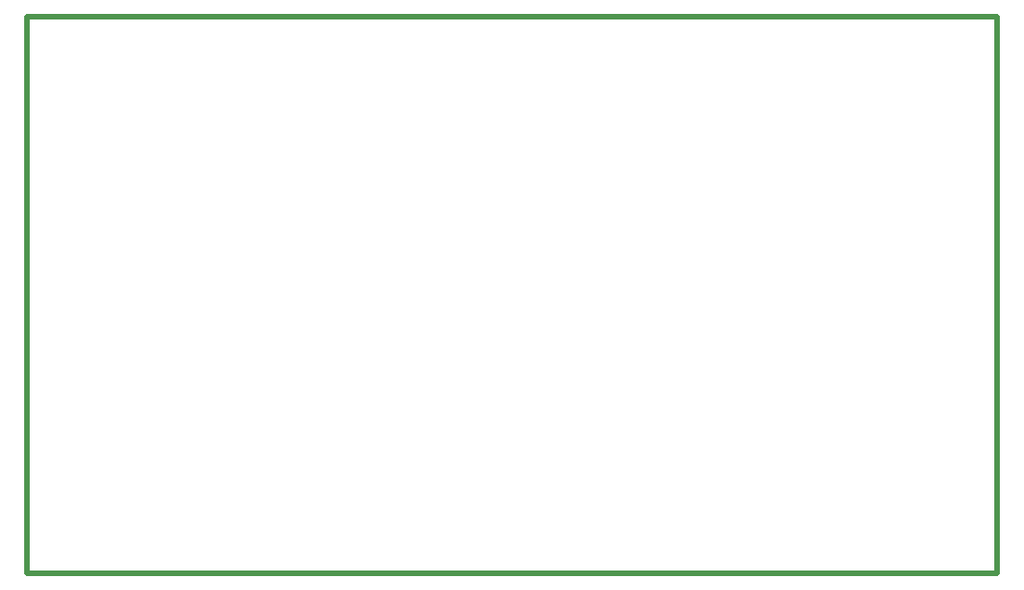
<source format=gko>
G04*
G04 #@! TF.GenerationSoftware,Altium Limited,Altium Designer,24.1.2 (44)*
G04*
G04 Layer_Color=16711935*
%FSLAX25Y25*%
%MOIN*%
G70*
G04*
G04 #@! TF.SameCoordinates,6E6146AE-10E2-4EE8-86B2-596FBE868B5F*
G04*
G04*
G04 #@! TF.FilePolarity,Positive*
G04*
G01*
G75*
%ADD11C,0.02000*%
D11*
X-0Y200000D02*
X0Y0D01*
X-0Y200000D02*
X348000D01*
Y0D02*
Y200000D01*
X0Y0D02*
X348000D01*
M02*

</source>
